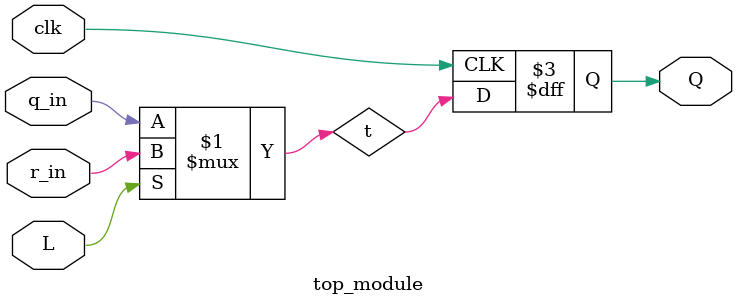
<source format=v>
module top_module (
	input clk,
	input L,
	input r_in,
	input q_in,
	output reg Q);

    wire t;
    
    assign t = L? r_in : q_in;
    
    always @(posedge clk)
        Q <= t;
endmodule


</source>
